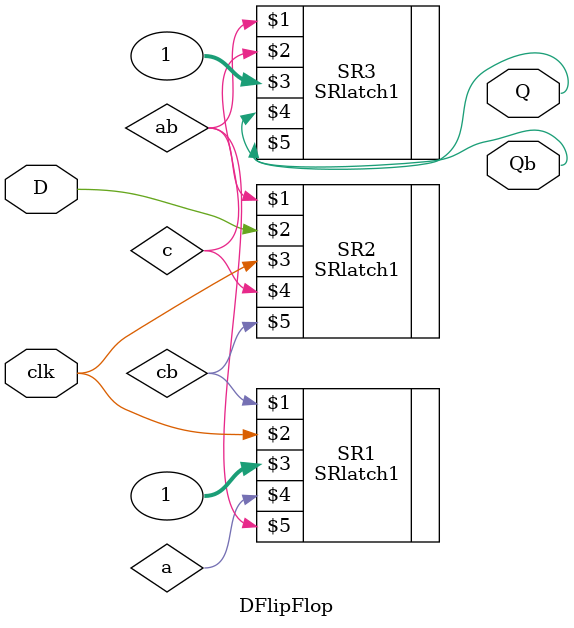
<source format=v>
`timescale 1ns/1ns
module DFlipFlop(input D, clk, output Q, Qb);
       wire a, ab, c, cb;
       SRlatch1 SR1(cb,clk, 1, a, ab), SR2(ab, D, clk, c, cb), SR3(ab, c, 1, Q, Qb);
endmodule
</source>
